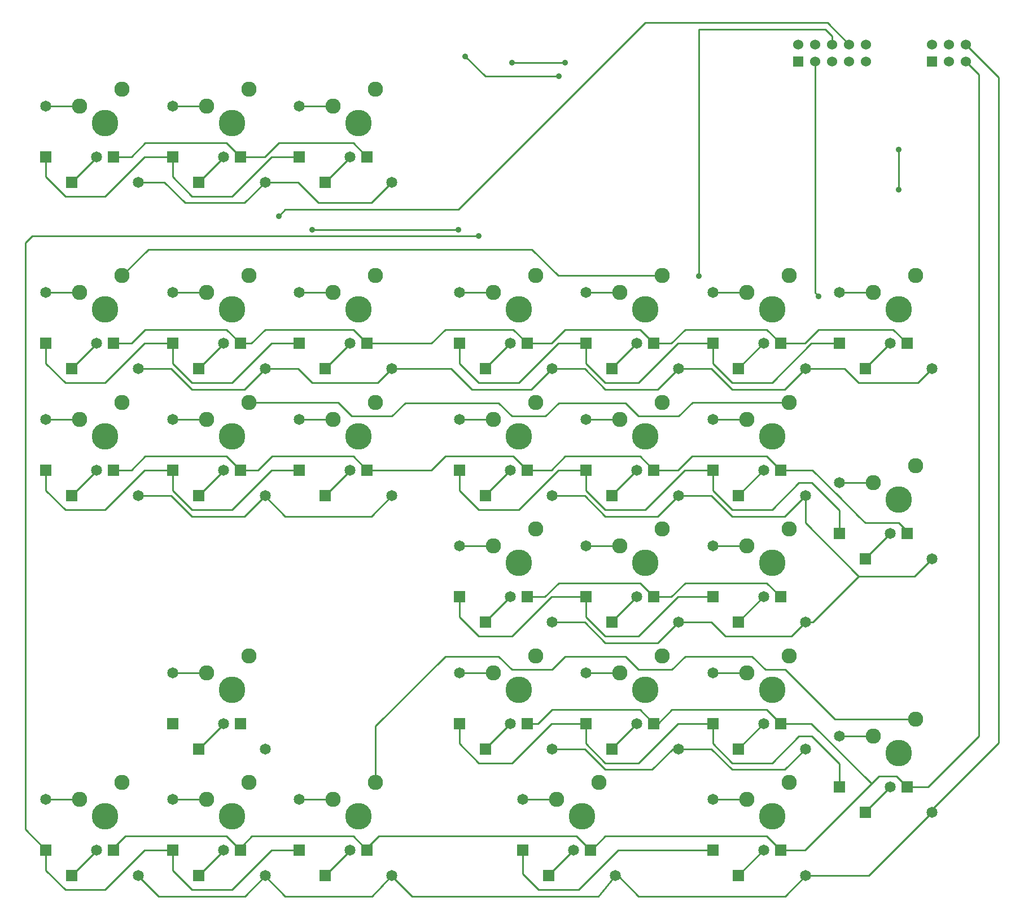
<source format=gtl>
G04 (created by PCBNEW (2013-07-07 BZR 4022)-stable) date 10/28/2014 2:01:09 AM*
%MOIN*%
G04 Gerber Fmt 3.4, Leading zero omitted, Abs format*
%FSLAX34Y34*%
G01*
G70*
G90*
G04 APERTURE LIST*
%ADD10C,0.00590551*%
%ADD11C,0.09*%
%ADD12C,0.157*%
%ADD13C,0.065*%
%ADD14R,0.065X0.065*%
%ADD15R,0.06X0.06*%
%ADD16C,0.06*%
%ADD17C,0.035*%
%ADD18C,0.01*%
G04 APERTURE END LIST*
G54D10*
G54D11*
X22259Y-16110D03*
X19759Y-17110D03*
G54D12*
X21259Y-18110D03*
G54D13*
X17759Y-17110D03*
G54D14*
X17759Y-20110D03*
G54D13*
X20759Y-20110D03*
G54D14*
X21759Y-20110D03*
X19291Y-21610D03*
G54D13*
X23228Y-21610D03*
G54D11*
X61629Y-57055D03*
X59129Y-58055D03*
G54D12*
X60629Y-59055D03*
G54D13*
X57129Y-58055D03*
G54D14*
X57129Y-61055D03*
G54D13*
X60129Y-61055D03*
G54D14*
X61129Y-61055D03*
X58661Y-62555D03*
G54D13*
X62598Y-62555D03*
G54D11*
X50409Y-57055D03*
X47909Y-58055D03*
G54D12*
X49409Y-59055D03*
G54D13*
X45909Y-58055D03*
G54D14*
X45909Y-61055D03*
G54D13*
X48909Y-61055D03*
G54D14*
X49909Y-61055D03*
X47440Y-62555D03*
G54D13*
X51377Y-62555D03*
G54D11*
X69110Y-53314D03*
X66610Y-54314D03*
G54D12*
X68110Y-55314D03*
G54D13*
X64610Y-54314D03*
G54D14*
X64610Y-57314D03*
G54D13*
X67610Y-57314D03*
G54D14*
X68610Y-57314D03*
X66141Y-58814D03*
G54D13*
X70078Y-58814D03*
G54D11*
X61629Y-49574D03*
X59129Y-50574D03*
G54D12*
X60629Y-51574D03*
G54D13*
X57129Y-50574D03*
G54D14*
X57129Y-53574D03*
G54D13*
X60129Y-53574D03*
G54D14*
X61129Y-53574D03*
X58661Y-55074D03*
G54D13*
X62598Y-55074D03*
G54D11*
X54149Y-49574D03*
X51649Y-50574D03*
G54D12*
X53149Y-51574D03*
G54D13*
X49649Y-50574D03*
G54D14*
X49649Y-53574D03*
G54D13*
X52649Y-53574D03*
G54D14*
X53649Y-53574D03*
X51181Y-55074D03*
G54D13*
X55118Y-55074D03*
G54D11*
X46669Y-49574D03*
X44169Y-50574D03*
G54D12*
X45669Y-51574D03*
G54D13*
X42169Y-50574D03*
G54D14*
X42169Y-53574D03*
G54D13*
X45169Y-53574D03*
G54D14*
X46169Y-53574D03*
X43700Y-55074D03*
G54D13*
X47637Y-55074D03*
G54D11*
X69110Y-38354D03*
X66610Y-39354D03*
G54D12*
X68110Y-40354D03*
G54D13*
X64610Y-39354D03*
G54D14*
X64610Y-42354D03*
G54D13*
X67610Y-42354D03*
G54D14*
X68610Y-42354D03*
X66141Y-43854D03*
G54D13*
X70078Y-43854D03*
G54D11*
X69110Y-27133D03*
X66610Y-28133D03*
G54D12*
X68110Y-29133D03*
G54D13*
X64610Y-28133D03*
G54D14*
X64610Y-31133D03*
G54D13*
X67610Y-31133D03*
G54D14*
X68610Y-31133D03*
X66141Y-32633D03*
G54D13*
X70078Y-32633D03*
G54D11*
X61629Y-42094D03*
X59129Y-43094D03*
G54D12*
X60629Y-44094D03*
G54D13*
X57129Y-43094D03*
G54D14*
X57129Y-46094D03*
G54D13*
X60129Y-46094D03*
G54D14*
X61129Y-46094D03*
X58661Y-47594D03*
G54D13*
X62598Y-47594D03*
G54D11*
X54149Y-42094D03*
X51649Y-43094D03*
G54D12*
X53149Y-44094D03*
G54D13*
X49649Y-43094D03*
G54D14*
X49649Y-46094D03*
G54D13*
X52649Y-46094D03*
G54D14*
X53649Y-46094D03*
X51181Y-47594D03*
G54D13*
X55118Y-47594D03*
G54D11*
X46669Y-42094D03*
X44169Y-43094D03*
G54D12*
X45669Y-44094D03*
G54D13*
X42169Y-43094D03*
G54D14*
X42169Y-46094D03*
G54D13*
X45169Y-46094D03*
G54D14*
X46169Y-46094D03*
X43700Y-47594D03*
G54D13*
X47637Y-47594D03*
G54D11*
X61629Y-34614D03*
X59129Y-35614D03*
G54D12*
X60629Y-36614D03*
G54D13*
X57129Y-35614D03*
G54D14*
X57129Y-38614D03*
G54D13*
X60129Y-38614D03*
G54D14*
X61129Y-38614D03*
X58661Y-40114D03*
G54D13*
X62598Y-40114D03*
G54D11*
X54149Y-34614D03*
X51649Y-35614D03*
G54D12*
X53149Y-36614D03*
G54D13*
X49649Y-35614D03*
G54D14*
X49649Y-38614D03*
G54D13*
X52649Y-38614D03*
G54D14*
X53649Y-38614D03*
X51181Y-40114D03*
G54D13*
X55118Y-40114D03*
G54D11*
X46669Y-34614D03*
X44169Y-35614D03*
G54D12*
X45669Y-36614D03*
G54D13*
X42169Y-35614D03*
G54D14*
X42169Y-38614D03*
G54D13*
X45169Y-38614D03*
G54D14*
X46169Y-38614D03*
X43700Y-40114D03*
G54D13*
X47637Y-40114D03*
G54D11*
X61629Y-27133D03*
X59129Y-28133D03*
G54D12*
X60629Y-29133D03*
G54D13*
X57129Y-28133D03*
G54D14*
X57129Y-31133D03*
G54D13*
X60129Y-31133D03*
G54D14*
X61129Y-31133D03*
X58661Y-32633D03*
G54D13*
X62598Y-32633D03*
G54D11*
X29740Y-16110D03*
X27240Y-17110D03*
G54D12*
X28740Y-18110D03*
G54D13*
X25240Y-17110D03*
G54D14*
X25240Y-20110D03*
G54D13*
X28240Y-20110D03*
G54D14*
X29240Y-20110D03*
X26771Y-21610D03*
G54D13*
X30708Y-21610D03*
G54D11*
X37220Y-16110D03*
X34720Y-17110D03*
G54D12*
X36220Y-18110D03*
G54D13*
X32720Y-17110D03*
G54D14*
X32720Y-20110D03*
G54D13*
X35720Y-20110D03*
G54D14*
X36720Y-20110D03*
X34251Y-21610D03*
G54D13*
X38188Y-21610D03*
G54D11*
X22259Y-27133D03*
X19759Y-28133D03*
G54D12*
X21259Y-29133D03*
G54D13*
X17759Y-28133D03*
G54D14*
X17759Y-31133D03*
G54D13*
X20759Y-31133D03*
G54D14*
X21759Y-31133D03*
X19291Y-32633D03*
G54D13*
X23228Y-32633D03*
G54D11*
X29740Y-27133D03*
X27240Y-28133D03*
G54D12*
X28740Y-29133D03*
G54D13*
X25240Y-28133D03*
G54D14*
X25240Y-31133D03*
G54D13*
X28240Y-31133D03*
G54D14*
X29240Y-31133D03*
X26771Y-32633D03*
G54D13*
X30708Y-32633D03*
G54D11*
X37220Y-27133D03*
X34720Y-28133D03*
G54D12*
X36220Y-29133D03*
G54D13*
X32720Y-28133D03*
G54D14*
X32720Y-31133D03*
G54D13*
X35720Y-31133D03*
G54D14*
X36720Y-31133D03*
X34251Y-32633D03*
G54D13*
X38188Y-32633D03*
G54D11*
X22259Y-34614D03*
X19759Y-35614D03*
G54D12*
X21259Y-36614D03*
G54D13*
X17759Y-35614D03*
G54D14*
X17759Y-38614D03*
G54D13*
X20759Y-38614D03*
G54D14*
X21759Y-38614D03*
X19291Y-40114D03*
G54D13*
X23228Y-40114D03*
G54D11*
X29740Y-34614D03*
X27240Y-35614D03*
G54D12*
X28740Y-36614D03*
G54D13*
X25240Y-35614D03*
G54D14*
X25240Y-38614D03*
G54D13*
X28240Y-38614D03*
G54D14*
X29240Y-38614D03*
X26771Y-40114D03*
G54D13*
X30708Y-40114D03*
G54D11*
X37220Y-34614D03*
X34720Y-35614D03*
G54D12*
X36220Y-36614D03*
G54D13*
X32720Y-35614D03*
G54D14*
X32720Y-38614D03*
G54D13*
X35720Y-38614D03*
G54D14*
X36720Y-38614D03*
X34251Y-40114D03*
G54D13*
X38188Y-40114D03*
G54D11*
X29740Y-49574D03*
X27240Y-50574D03*
G54D12*
X28740Y-51574D03*
G54D13*
X25240Y-50574D03*
G54D14*
X25240Y-53574D03*
G54D13*
X28240Y-53574D03*
G54D14*
X29240Y-53574D03*
X26771Y-55074D03*
G54D13*
X30708Y-55074D03*
G54D11*
X22259Y-57055D03*
X19759Y-58055D03*
G54D12*
X21259Y-59055D03*
G54D13*
X17759Y-58055D03*
G54D14*
X17759Y-61055D03*
G54D13*
X20759Y-61055D03*
G54D14*
X21759Y-61055D03*
X19291Y-62555D03*
G54D13*
X23228Y-62555D03*
G54D11*
X29740Y-57055D03*
X27240Y-58055D03*
G54D12*
X28740Y-59055D03*
G54D13*
X25240Y-58055D03*
G54D14*
X25240Y-61055D03*
G54D13*
X28240Y-61055D03*
G54D14*
X29240Y-61055D03*
X26771Y-62555D03*
G54D13*
X30708Y-62555D03*
G54D11*
X37220Y-57055D03*
X34720Y-58055D03*
G54D12*
X36220Y-59055D03*
G54D13*
X32720Y-58055D03*
G54D14*
X32720Y-61055D03*
G54D13*
X35720Y-61055D03*
G54D14*
X36720Y-61055D03*
X34251Y-62555D03*
G54D13*
X38188Y-62555D03*
G54D11*
X46669Y-27133D03*
X44169Y-28133D03*
G54D12*
X45669Y-29133D03*
G54D13*
X42169Y-28133D03*
G54D14*
X42169Y-31133D03*
G54D13*
X45169Y-31133D03*
G54D14*
X46169Y-31133D03*
X43700Y-32633D03*
G54D13*
X47637Y-32633D03*
G54D11*
X54149Y-27133D03*
X51649Y-28133D03*
G54D12*
X53149Y-29133D03*
G54D13*
X49649Y-28133D03*
G54D14*
X49649Y-31133D03*
G54D13*
X52649Y-31133D03*
G54D14*
X53649Y-31133D03*
X51181Y-32633D03*
G54D13*
X55118Y-32633D03*
G54D15*
X62173Y-14476D03*
G54D16*
X62173Y-13476D03*
X63173Y-14476D03*
X63173Y-13476D03*
X64173Y-14476D03*
X64173Y-13476D03*
X65173Y-14476D03*
X65173Y-13476D03*
X66173Y-14476D03*
X66173Y-13476D03*
G54D15*
X70062Y-14476D03*
G54D16*
X70062Y-13476D03*
X71062Y-14476D03*
X71062Y-13476D03*
X72062Y-14476D03*
X72062Y-13476D03*
G54D17*
X43307Y-24803D03*
X68110Y-22047D03*
X68110Y-19685D03*
X48425Y-14566D03*
X45275Y-14566D03*
X33464Y-24409D03*
X42125Y-24409D03*
X31496Y-23622D03*
X63385Y-28346D03*
X56299Y-27165D03*
X48031Y-15354D03*
X42519Y-14173D03*
G54D18*
X66141Y-43854D02*
X66141Y-43822D01*
X66141Y-43822D02*
X67610Y-42354D01*
X58661Y-32633D02*
X58661Y-32602D01*
X58661Y-32602D02*
X60129Y-31133D01*
X57129Y-35614D02*
X59129Y-35614D01*
X58661Y-40114D02*
X58661Y-40082D01*
X58661Y-40082D02*
X60129Y-38614D01*
X57129Y-43094D02*
X59129Y-43094D01*
X64610Y-28133D02*
X66610Y-28133D01*
X66141Y-32633D02*
X66141Y-32602D01*
X66141Y-32602D02*
X67610Y-31133D01*
X64610Y-39354D02*
X66610Y-39354D01*
X58661Y-55074D02*
X58661Y-55043D01*
X58661Y-55043D02*
X60129Y-53574D01*
X57129Y-58055D02*
X59129Y-58055D01*
X58661Y-62555D02*
X58661Y-62523D01*
X58661Y-62523D02*
X60129Y-61055D01*
X42169Y-50574D02*
X44169Y-50574D01*
X64610Y-54314D02*
X66610Y-54314D01*
X66141Y-58814D02*
X66141Y-58783D01*
X66141Y-58783D02*
X67610Y-57314D01*
X54149Y-27133D02*
X48000Y-27133D01*
X23803Y-25590D02*
X22259Y-27133D01*
X46456Y-25590D02*
X23803Y-25590D01*
X48000Y-27133D02*
X46456Y-25590D01*
X16535Y-59830D02*
X17759Y-61055D01*
X16535Y-25196D02*
X16535Y-59830D01*
X16929Y-24803D02*
X16535Y-25196D01*
X43307Y-24803D02*
X16929Y-24803D01*
X25240Y-61055D02*
X25240Y-62248D01*
X31070Y-61055D02*
X32720Y-61055D01*
X28740Y-63385D02*
X31070Y-61055D01*
X26377Y-63385D02*
X28740Y-63385D01*
X25240Y-62248D02*
X26377Y-63385D01*
X17759Y-61055D02*
X17759Y-62248D01*
X23590Y-61055D02*
X25240Y-61055D01*
X21259Y-63385D02*
X23590Y-61055D01*
X18897Y-63385D02*
X21259Y-63385D01*
X17759Y-62248D02*
X18897Y-63385D01*
X69110Y-53314D02*
X64338Y-53314D01*
X37220Y-53724D02*
X37220Y-57055D01*
X41338Y-49606D02*
X37220Y-53724D01*
X44488Y-49606D02*
X41338Y-49606D01*
X45275Y-50393D02*
X44488Y-49606D01*
X47637Y-50393D02*
X45275Y-50393D01*
X48425Y-49606D02*
X47637Y-50393D01*
X51968Y-49606D02*
X48425Y-49606D01*
X52755Y-50393D02*
X51968Y-49606D01*
X54724Y-50393D02*
X52755Y-50393D01*
X55511Y-49606D02*
X54724Y-50393D01*
X59448Y-49606D02*
X55511Y-49606D01*
X60236Y-50393D02*
X59448Y-49606D01*
X61417Y-50393D02*
X60236Y-50393D01*
X64338Y-53314D02*
X61417Y-50393D01*
X36720Y-38614D02*
X40519Y-38614D01*
X45350Y-37795D02*
X46169Y-38614D01*
X41338Y-37795D02*
X45350Y-37795D01*
X40519Y-38614D02*
X41338Y-37795D01*
X36720Y-31133D02*
X40519Y-31133D01*
X45350Y-30314D02*
X46169Y-31133D01*
X41338Y-30314D02*
X45350Y-30314D01*
X40519Y-31133D02*
X41338Y-30314D01*
X61129Y-31133D02*
X62566Y-31133D01*
X67791Y-30314D02*
X68610Y-31133D01*
X63385Y-30314D02*
X67791Y-30314D01*
X62566Y-31133D02*
X63385Y-30314D01*
X53649Y-31133D02*
X54692Y-31133D01*
X60311Y-30314D02*
X61129Y-31133D01*
X55511Y-30314D02*
X60311Y-30314D01*
X54692Y-31133D02*
X55511Y-30314D01*
X46169Y-31133D02*
X47606Y-31133D01*
X52830Y-30314D02*
X53649Y-31133D01*
X48425Y-30314D02*
X52830Y-30314D01*
X47606Y-31133D02*
X48425Y-30314D01*
X61129Y-38614D02*
X63023Y-38614D01*
X68610Y-42232D02*
X68610Y-42354D01*
X68110Y-41732D02*
X68610Y-42232D01*
X66141Y-41732D02*
X68110Y-41732D01*
X65748Y-41338D02*
X66141Y-41732D01*
X64566Y-40157D02*
X65748Y-41338D01*
X63023Y-38614D02*
X64566Y-40157D01*
X53649Y-38614D02*
X55086Y-38614D01*
X60311Y-37795D02*
X61129Y-38614D01*
X55905Y-37795D02*
X60311Y-37795D01*
X55086Y-38614D02*
X55905Y-37795D01*
X46169Y-38614D02*
X47606Y-38614D01*
X52830Y-37795D02*
X53649Y-38614D01*
X48425Y-37795D02*
X52830Y-37795D01*
X47606Y-38614D02*
X48425Y-37795D01*
X53649Y-46094D02*
X54692Y-46094D01*
X54692Y-46094D02*
X55511Y-45275D01*
X55511Y-45275D02*
X60311Y-45275D01*
X60311Y-45275D02*
X61129Y-46094D01*
X46169Y-46094D02*
X47212Y-46094D01*
X52830Y-45275D02*
X53649Y-46094D01*
X48031Y-45275D02*
X52830Y-45275D01*
X47212Y-46094D02*
X48031Y-45275D01*
X61129Y-53574D02*
X62960Y-53574D01*
X66503Y-57118D02*
X66535Y-57086D01*
X62960Y-53574D02*
X66503Y-57118D01*
X53649Y-53574D02*
X53905Y-53574D01*
X60311Y-52755D02*
X61129Y-53574D01*
X54724Y-52755D02*
X60311Y-52755D01*
X53905Y-53574D02*
X54724Y-52755D01*
X46169Y-53574D02*
X46818Y-53574D01*
X52830Y-52755D02*
X53649Y-53574D01*
X47637Y-52755D02*
X52830Y-52755D01*
X46818Y-53574D02*
X47637Y-52755D01*
X29240Y-38614D02*
X30283Y-38614D01*
X35901Y-37795D02*
X36720Y-38614D01*
X31102Y-37795D02*
X35901Y-37795D01*
X30283Y-38614D02*
X31102Y-37795D01*
X21759Y-38614D02*
X22803Y-38614D01*
X28421Y-37795D02*
X29240Y-38614D01*
X23622Y-37795D02*
X28421Y-37795D01*
X22803Y-38614D02*
X23622Y-37795D01*
X29240Y-31133D02*
X29889Y-31133D01*
X35901Y-30314D02*
X36720Y-31133D01*
X30708Y-30314D02*
X35901Y-30314D01*
X29889Y-31133D02*
X30708Y-30314D01*
X21759Y-31133D02*
X22803Y-31133D01*
X28421Y-30314D02*
X29240Y-31133D01*
X23622Y-30314D02*
X28421Y-30314D01*
X22803Y-31133D02*
X23622Y-30314D01*
X29240Y-20110D02*
X30677Y-20110D01*
X35901Y-19291D02*
X36720Y-20110D01*
X31496Y-19291D02*
X35901Y-19291D01*
X30677Y-20110D02*
X31496Y-19291D01*
X21759Y-20110D02*
X22803Y-20110D01*
X28421Y-19291D02*
X29240Y-20110D01*
X23622Y-19291D02*
X28421Y-19291D01*
X22803Y-20110D02*
X23622Y-19291D01*
X72834Y-19291D02*
X72834Y-15248D01*
X72834Y-54330D02*
X72834Y-20078D01*
X72834Y-20078D02*
X72834Y-19291D01*
X69850Y-57314D02*
X72834Y-54330D01*
X68610Y-57314D02*
X69850Y-57314D01*
X72834Y-15248D02*
X72062Y-14476D01*
X61129Y-61055D02*
X62566Y-61055D01*
X62566Y-61055D02*
X66535Y-57086D01*
X67988Y-56692D02*
X68610Y-57314D01*
X66535Y-57086D02*
X66929Y-56692D01*
X66929Y-56692D02*
X67988Y-56692D01*
X49909Y-61055D02*
X49968Y-61055D01*
X60311Y-60236D02*
X61129Y-61055D01*
X50787Y-60236D02*
X60311Y-60236D01*
X49968Y-61055D02*
X50787Y-60236D01*
X36720Y-61055D02*
X36720Y-60917D01*
X49090Y-60236D02*
X49909Y-61055D01*
X37401Y-60236D02*
X49090Y-60236D01*
X36720Y-60917D02*
X37401Y-60236D01*
X29240Y-61055D02*
X29240Y-60917D01*
X35901Y-60236D02*
X36720Y-61055D01*
X29921Y-60236D02*
X35901Y-60236D01*
X29240Y-60917D02*
X29921Y-60236D01*
X21759Y-61055D02*
X21759Y-60917D01*
X28421Y-60236D02*
X29240Y-61055D01*
X22440Y-60236D02*
X28421Y-60236D01*
X21759Y-60917D02*
X22440Y-60236D01*
X61629Y-34614D02*
X55937Y-34614D01*
X35007Y-34614D02*
X29740Y-34614D01*
X35826Y-35433D02*
X35007Y-34614D01*
X38188Y-35433D02*
X35826Y-35433D01*
X38976Y-34645D02*
X38188Y-35433D01*
X44488Y-34645D02*
X38976Y-34645D01*
X45275Y-35433D02*
X44488Y-34645D01*
X47244Y-35433D02*
X45275Y-35433D01*
X48031Y-34645D02*
X47244Y-35433D01*
X51968Y-34645D02*
X48031Y-34645D01*
X52755Y-35433D02*
X51968Y-34645D01*
X55118Y-35433D02*
X52755Y-35433D01*
X55937Y-34614D02*
X55118Y-35433D01*
X68110Y-19685D02*
X68110Y-22047D01*
X45275Y-14566D02*
X48425Y-14566D01*
X57129Y-38614D02*
X57129Y-39807D01*
X64610Y-40988D02*
X64610Y-42354D01*
X62992Y-39370D02*
X64610Y-40988D01*
X62204Y-39370D02*
X62992Y-39370D01*
X60629Y-40944D02*
X62204Y-39370D01*
X58267Y-40944D02*
X60629Y-40944D01*
X57129Y-39807D02*
X58267Y-40944D01*
X64610Y-42354D02*
X64610Y-42354D01*
X49649Y-38614D02*
X49649Y-39807D01*
X55480Y-38614D02*
X57129Y-38614D01*
X53149Y-40944D02*
X55480Y-38614D01*
X50787Y-40944D02*
X53149Y-40944D01*
X49649Y-39807D02*
X50787Y-40944D01*
X42169Y-38614D02*
X42169Y-39807D01*
X48000Y-38614D02*
X49649Y-38614D01*
X45669Y-40944D02*
X48000Y-38614D01*
X43307Y-40944D02*
X45669Y-40944D01*
X42169Y-39807D02*
X43307Y-40944D01*
X49649Y-46094D02*
X49649Y-47287D01*
X55086Y-46094D02*
X57129Y-46094D01*
X52755Y-48425D02*
X55086Y-46094D01*
X50787Y-48425D02*
X52755Y-48425D01*
X49649Y-47287D02*
X50787Y-48425D01*
X42169Y-46094D02*
X42169Y-47287D01*
X47606Y-46094D02*
X49649Y-46094D01*
X45275Y-48425D02*
X47606Y-46094D01*
X43307Y-48425D02*
X45275Y-48425D01*
X42169Y-47287D02*
X43307Y-48425D01*
X43700Y-55074D02*
X43700Y-55043D01*
X43700Y-55043D02*
X45169Y-53574D01*
X38188Y-32633D02*
X41688Y-32633D01*
X46413Y-33858D02*
X47637Y-32633D01*
X42913Y-33858D02*
X46413Y-33858D01*
X41688Y-32633D02*
X42913Y-33858D01*
X62598Y-32633D02*
X64917Y-32633D01*
X64917Y-32633D02*
X65748Y-33464D01*
X65748Y-33464D02*
X69248Y-33464D01*
X69248Y-33464D02*
X70078Y-32633D01*
X55118Y-32633D02*
X57043Y-32633D01*
X57043Y-32633D02*
X58267Y-33858D01*
X58267Y-33858D02*
X61374Y-33858D01*
X61374Y-33858D02*
X62598Y-32633D01*
X47637Y-32633D02*
X49562Y-32633D01*
X49562Y-32633D02*
X50787Y-33858D01*
X50787Y-33858D02*
X53893Y-33858D01*
X53893Y-33858D02*
X55118Y-32633D01*
X62598Y-47594D02*
X63035Y-47594D01*
X63035Y-47594D02*
X65748Y-44881D01*
X62598Y-40114D02*
X62598Y-41732D01*
X62598Y-41732D02*
X65748Y-44881D01*
X69051Y-44881D02*
X70078Y-43854D01*
X65748Y-44881D02*
X69051Y-44881D01*
X55118Y-40114D02*
X57043Y-40114D01*
X61374Y-41338D02*
X62598Y-40114D01*
X58267Y-41338D02*
X61374Y-41338D01*
X57043Y-40114D02*
X58267Y-41338D01*
X47637Y-40114D02*
X49562Y-40114D01*
X53893Y-41338D02*
X55118Y-40114D01*
X50787Y-41338D02*
X53893Y-41338D01*
X49562Y-40114D02*
X50787Y-41338D01*
X55118Y-47594D02*
X57043Y-47594D01*
X57043Y-47594D02*
X57874Y-48425D01*
X57874Y-48425D02*
X61767Y-48425D01*
X61767Y-48425D02*
X62598Y-47594D01*
X47637Y-47594D02*
X49562Y-47594D01*
X49562Y-47594D02*
X50787Y-48818D01*
X50787Y-48818D02*
X53893Y-48818D01*
X53893Y-48818D02*
X55118Y-47594D01*
X55118Y-55074D02*
X57043Y-55074D01*
X57043Y-55074D02*
X58267Y-56299D01*
X58267Y-56299D02*
X61374Y-56299D01*
X61374Y-56299D02*
X62598Y-55074D01*
X47637Y-55074D02*
X49562Y-55074D01*
X54767Y-55074D02*
X55118Y-55074D01*
X53543Y-56299D02*
X54767Y-55074D01*
X50787Y-56299D02*
X53543Y-56299D01*
X49562Y-55074D02*
X50787Y-56299D01*
X30708Y-40114D02*
X30708Y-40157D01*
X36964Y-41338D02*
X38188Y-40114D01*
X31889Y-41338D02*
X36964Y-41338D01*
X30708Y-40157D02*
X31889Y-41338D01*
X23228Y-40114D02*
X25153Y-40114D01*
X29484Y-41338D02*
X30708Y-40114D01*
X26377Y-41338D02*
X29484Y-41338D01*
X25153Y-40114D02*
X26377Y-41338D01*
X30708Y-32633D02*
X32633Y-32633D01*
X37358Y-33464D02*
X38188Y-32633D01*
X33464Y-33464D02*
X37358Y-33464D01*
X32633Y-32633D02*
X33464Y-33464D01*
X23228Y-32633D02*
X25153Y-32633D01*
X25153Y-32633D02*
X26377Y-33858D01*
X26377Y-33858D02*
X29484Y-33858D01*
X29484Y-33858D02*
X30708Y-32633D01*
X30708Y-21610D02*
X32633Y-21610D01*
X36964Y-22834D02*
X38188Y-21610D01*
X33858Y-22834D02*
X36964Y-22834D01*
X32633Y-21610D02*
X33858Y-22834D01*
X23228Y-21610D02*
X24759Y-21610D01*
X24759Y-21610D02*
X25984Y-22834D01*
X25984Y-22834D02*
X29484Y-22834D01*
X29484Y-22834D02*
X30708Y-21610D01*
X70078Y-58814D02*
X70078Y-58661D01*
X74015Y-15429D02*
X72062Y-13476D01*
X74015Y-54724D02*
X74015Y-15429D01*
X70078Y-58661D02*
X74015Y-54724D01*
X62598Y-62555D02*
X66338Y-62555D01*
X66338Y-62555D02*
X70078Y-58814D01*
X51377Y-62555D02*
X51531Y-62555D01*
X61417Y-63779D02*
X62598Y-62555D01*
X52755Y-63779D02*
X61417Y-63779D01*
X51531Y-62555D02*
X52755Y-63779D01*
X38188Y-62555D02*
X38188Y-62598D01*
X50393Y-63779D02*
X51377Y-62555D01*
X39370Y-63779D02*
X50393Y-63779D01*
X38188Y-62598D02*
X39370Y-63779D01*
X30708Y-62555D02*
X30708Y-62598D01*
X37007Y-63779D02*
X38188Y-62555D01*
X31889Y-63779D02*
X37007Y-63779D01*
X30708Y-62598D02*
X31889Y-63779D01*
X23228Y-62555D02*
X23228Y-62598D01*
X29527Y-63779D02*
X30708Y-62555D01*
X24409Y-63779D02*
X29527Y-63779D01*
X23228Y-62598D02*
X24409Y-63779D01*
X57129Y-31133D02*
X57129Y-32326D01*
X62960Y-31133D02*
X64610Y-31133D01*
X60629Y-33464D02*
X62960Y-31133D01*
X58267Y-33464D02*
X60629Y-33464D01*
X57129Y-32326D02*
X58267Y-33464D01*
X49649Y-31133D02*
X49649Y-32326D01*
X55086Y-31133D02*
X57129Y-31133D01*
X52755Y-33464D02*
X55086Y-31133D01*
X50787Y-33464D02*
X52755Y-33464D01*
X49649Y-32326D02*
X50787Y-33464D01*
X42169Y-31133D02*
X42169Y-32326D01*
X48000Y-31133D02*
X49649Y-31133D01*
X45669Y-33464D02*
X48000Y-31133D01*
X43307Y-33464D02*
X45669Y-33464D01*
X42169Y-32326D02*
X43307Y-33464D01*
X42125Y-24409D02*
X33464Y-24409D01*
X25240Y-38614D02*
X25240Y-39807D01*
X31070Y-38614D02*
X32720Y-38614D01*
X28740Y-40944D02*
X31070Y-38614D01*
X26377Y-40944D02*
X28740Y-40944D01*
X25240Y-39807D02*
X26377Y-40944D01*
X17759Y-38614D02*
X17759Y-39807D01*
X23590Y-38614D02*
X25240Y-38614D01*
X21259Y-40944D02*
X23590Y-38614D01*
X18897Y-40944D02*
X21259Y-40944D01*
X17759Y-39807D02*
X18897Y-40944D01*
X63901Y-12204D02*
X65173Y-13476D01*
X53149Y-12204D02*
X63901Y-12204D01*
X42125Y-23228D02*
X53149Y-12204D01*
X31889Y-23228D02*
X42125Y-23228D01*
X31496Y-23622D02*
X31889Y-23228D01*
X25240Y-31133D02*
X25240Y-32326D01*
X31070Y-31133D02*
X32720Y-31133D01*
X28740Y-33464D02*
X31070Y-31133D01*
X26377Y-33464D02*
X28740Y-33464D01*
X25240Y-32326D02*
X26377Y-33464D01*
X17759Y-31133D02*
X17759Y-32326D01*
X23590Y-31133D02*
X25240Y-31133D01*
X21259Y-33464D02*
X23590Y-31133D01*
X18897Y-33464D02*
X21259Y-33464D01*
X17759Y-32326D02*
X18897Y-33464D01*
X63173Y-28133D02*
X63173Y-14476D01*
X63385Y-28346D02*
X63173Y-28133D01*
X57129Y-53574D02*
X57129Y-54767D01*
X64610Y-55948D02*
X64610Y-57314D01*
X62992Y-54330D02*
X64610Y-55948D01*
X62204Y-54330D02*
X62992Y-54330D01*
X60629Y-55905D02*
X62204Y-54330D01*
X58267Y-55905D02*
X60629Y-55905D01*
X57129Y-54767D02*
X58267Y-55905D01*
X49649Y-53574D02*
X49649Y-54767D01*
X55086Y-53574D02*
X57129Y-53574D01*
X52755Y-55905D02*
X55086Y-53574D01*
X50787Y-55905D02*
X52755Y-55905D01*
X49649Y-54767D02*
X50787Y-55905D01*
X42169Y-53574D02*
X42169Y-54767D01*
X47606Y-53574D02*
X49649Y-53574D01*
X45275Y-55905D02*
X47606Y-53574D01*
X43307Y-55905D02*
X45275Y-55905D01*
X42169Y-54767D02*
X43307Y-55905D01*
X64173Y-12992D02*
X64173Y-13476D01*
X63779Y-12598D02*
X64173Y-12992D01*
X56299Y-12598D02*
X63779Y-12598D01*
X56299Y-27165D02*
X56299Y-12598D01*
X45909Y-61055D02*
X45909Y-62444D01*
X51543Y-61055D02*
X57129Y-61055D01*
X49212Y-63385D02*
X51543Y-61055D01*
X46850Y-63385D02*
X49212Y-63385D01*
X45909Y-62444D02*
X46850Y-63385D01*
X43700Y-15354D02*
X48031Y-15354D01*
X42519Y-14173D02*
X43700Y-15354D01*
X25240Y-20110D02*
X25240Y-21303D01*
X31070Y-20110D02*
X32720Y-20110D01*
X28740Y-22440D02*
X31070Y-20110D01*
X26377Y-22440D02*
X28740Y-22440D01*
X25240Y-21303D02*
X26377Y-22440D01*
X17759Y-20110D02*
X17759Y-21303D01*
X23590Y-20110D02*
X25240Y-20110D01*
X21259Y-22440D02*
X23590Y-20110D01*
X18897Y-22440D02*
X21259Y-22440D01*
X17759Y-21303D02*
X18897Y-22440D01*
X51181Y-32633D02*
X51181Y-32602D01*
X51181Y-32602D02*
X52649Y-31133D01*
X57129Y-28133D02*
X59129Y-28133D01*
X45909Y-58055D02*
X47909Y-58055D01*
X42169Y-35614D02*
X44169Y-35614D01*
X43700Y-40114D02*
X43700Y-40082D01*
X43700Y-40082D02*
X45169Y-38614D01*
X49649Y-35614D02*
X51649Y-35614D01*
X42169Y-28133D02*
X44169Y-28133D01*
X34720Y-58055D02*
X32720Y-58055D01*
X35720Y-61055D02*
X35720Y-61086D01*
X35720Y-61086D02*
X34251Y-62555D01*
X43700Y-32633D02*
X43700Y-32602D01*
X43700Y-32602D02*
X45169Y-31133D01*
X49649Y-28133D02*
X51649Y-28133D01*
X51181Y-47594D02*
X51181Y-47562D01*
X51181Y-47562D02*
X52649Y-46094D01*
X51181Y-40114D02*
X51181Y-40082D01*
X51181Y-40082D02*
X52649Y-38614D01*
X47440Y-62555D02*
X47440Y-62523D01*
X47440Y-62523D02*
X48909Y-61055D01*
X28240Y-61055D02*
X28240Y-61086D01*
X28240Y-61086D02*
X26771Y-62555D01*
X42169Y-43094D02*
X44169Y-43094D01*
X43700Y-47594D02*
X43700Y-47562D01*
X43700Y-47562D02*
X45169Y-46094D01*
X20759Y-31133D02*
X20759Y-31165D01*
X20759Y-31165D02*
X19291Y-32633D01*
X28240Y-31133D02*
X28240Y-31165D01*
X28240Y-31165D02*
X26771Y-32633D01*
X32720Y-28133D02*
X34720Y-28133D01*
X35720Y-31133D02*
X35720Y-31165D01*
X35720Y-31165D02*
X34251Y-32633D01*
X17759Y-17110D02*
X19759Y-17110D01*
X20759Y-20110D02*
X20759Y-20141D01*
X20759Y-20141D02*
X19291Y-21610D01*
X25240Y-17110D02*
X27240Y-17110D01*
X49649Y-50574D02*
X51649Y-50574D01*
X28240Y-20110D02*
X28240Y-20141D01*
X28240Y-20141D02*
X26771Y-21610D01*
X32720Y-17110D02*
X34720Y-17110D01*
X35720Y-20110D02*
X35720Y-20141D01*
X35720Y-20141D02*
X34251Y-21610D01*
X27240Y-50574D02*
X25240Y-50574D01*
X28240Y-53574D02*
X28240Y-53606D01*
X28240Y-53606D02*
X26771Y-55074D01*
X19759Y-58055D02*
X17759Y-58055D01*
X20759Y-61055D02*
X20759Y-61086D01*
X20759Y-61086D02*
X19291Y-62555D01*
X27240Y-58055D02*
X25240Y-58055D01*
X19759Y-35614D02*
X17759Y-35614D01*
X20759Y-38614D02*
X20759Y-38645D01*
X20759Y-38645D02*
X19291Y-40114D01*
X51181Y-55074D02*
X51181Y-55043D01*
X51181Y-55043D02*
X52649Y-53574D01*
X27240Y-35614D02*
X25240Y-35614D01*
X28240Y-38614D02*
X28240Y-38645D01*
X28240Y-38645D02*
X26771Y-40114D01*
X34720Y-35614D02*
X32720Y-35614D01*
X35720Y-38614D02*
X35720Y-38645D01*
X35720Y-38645D02*
X34251Y-40114D01*
X25240Y-28133D02*
X27240Y-28133D01*
X49649Y-43094D02*
X51649Y-43094D01*
X17759Y-28133D02*
X19759Y-28133D01*
X57129Y-50574D02*
X59129Y-50574D01*
X58661Y-47594D02*
X58661Y-47562D01*
X58661Y-47562D02*
X60129Y-46094D01*
M02*

</source>
